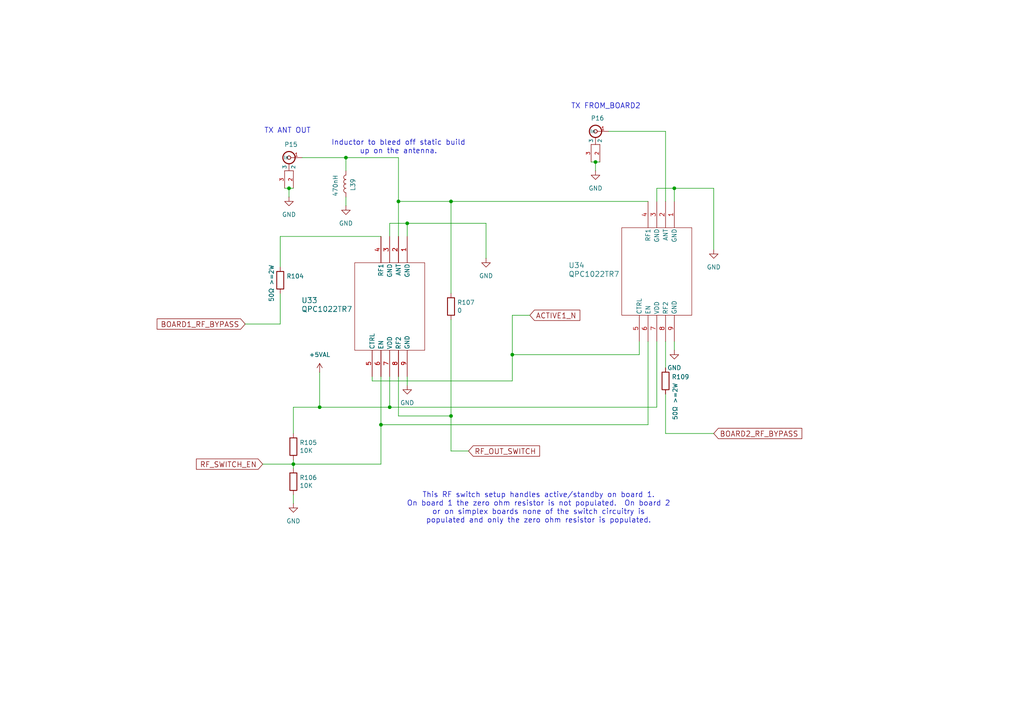
<source format=kicad_sch>
(kicad_sch (version 20250114) (generator "eeschema") (generator_version "9.0")
  (paper "A4")
  (lib_symbols
    (symbol "Device:L" (pin_numbers (hide yes)) (pin_names (offset 1.016) (hide yes))
      (property "Reference" "L" (at -1.27 0 90))
      (property "Value" "L" (at 1.905 0 90))
      (symbol "L_0_1"
        (arc (start 0 2.54) (mid 0.6323 1.905) (end 0 1.27))
        (arc (start 0 1.27) (mid 0.6323 0.635) (end 0 0))
        (arc (start 0 0) (mid 0.6323 -0.635) (end 0 -1.27))
        (arc (start 0 -1.27) (mid 0.6323 -1.905) (end 0 -2.54))
      )
      (symbol "L_1_1"
        (pin passive line (at 0 3.81 270) (length 1.27) (name "1") (number "1"))
        (pin passive line (at 0 -3.81 90) (length 1.27) (name "2") (number "2"))
      )
    )
    (symbol "Device:R" (pin_numbers (hide yes)) (pin_names (offset 0))
      (property "Reference" "R" (at 2.032 0 90))
      (property "Value" "R" (at 0 0 90))
      (symbol "R_0_1"
        (rectangle (start -1.016 -2.54) (end 1.016 2.54) (stroke (width 0.254)))
      )
      (symbol "R_1_1"
        (pin passive line (at 0 3.81 270) (length 1.27) (name "~") (number "1"))
        (pin passive line (at 0 -3.81 90) (length 1.27) (name "~") (number "2"))
      )
    )
    (symbol "PACSAT_DEV_misc:QPC1022TR7" (pin_names (offset 0.254))
      (property "Reference" "U" (at 20.32 10.16 0))
      (property "Value" "QPC1022TR7" (at 20.32 7.62 0))
      (symbol "QPC1022TR7_0_1"
        (polyline (pts (xy 7.62 5.08) (xy 7.62 -15.24)) (stroke (width 0.127)))
        (polyline (pts (xy 7.62 -15.24) (xy 33.02 -15.24)) (stroke (width 0.127)))
        (polyline (pts (xy 33.02 5.08) (xy 7.62 5.08)) (stroke (width 0.127)))
        (polyline (pts (xy 33.02 -15.24) (xy 33.02 5.08)) (stroke (width 0.127)))
        (pin bidirectional line (at 0 -2.54 0) (length 7.62) (name "ANT") (number "2"))
        (pin power_in line (at 0 -5.08 0) (length 7.62) (name "GND") (number "3"))
        (pin bidirectional line (at 0 -7.62 0) (length 7.62) (name "RF1") (number "4"))
        (pin bidirectional line (at 40.64 -2.54 180) (length 7.62) (name "RF2") (number "8"))
        (pin power_in line (at 40.64 -5.08 180) (length 7.62) (name "VDD") (number "7"))
        (pin input line (at 40.64 -7.62 180) (length 7.62) (name "EN") (number "6"))
        (pin input line (at 40.64 -10.16 180) (length 7.62) (name "CTRL") (number "5"))
      )
      (symbol "QPC1022TR7_1_1"
        (pin power_in line (at 0 0 0) (length 7.62) (name "GND") (number "1"))
        (pin power_in line (at 40.64 0 180) (length 7.62) (name "GND") (number "9"))
      )
    )
    (symbol "PACSAT_DEV_misc:U_FL"
      (property "Reference" "U" (at -3.81 2.54 0))
      (symbol "U_FL_0_1"
        (polyline (pts (xy -1.27 -3.81) (xy 1.27 -3.81)))
        (circle (center 0 0) (radius 0.508) (stroke (width 0.2032)))
        (circle (center 0 0) (radius 1.778) (stroke (width 0.3048)))
        (polyline (pts (xy 0 -3.81) (xy 0 -1.778)))
      )
      (symbol "U_FL_1_1"
        (pin bidirectional line (at -3.81 0 0) (length 3.302) (name "In") (number "1"))
        (pin power_in line (at -1.27 -8.89 90) (length 5.08) (name "2") (number "2"))
        (pin power_in line (at 1.27 -8.89 90) (length 5.08) (name "3") (number "3"))
      )
    )
    (symbol "power:+5V" (power) (pin_numbers (hide yes)) (pin_names (offset 0) (hide yes))
      (property "Value" "+5V" (at 0 3.556 0))
      (symbol "+5V_0_1"
        (polyline (pts (xy -0.762 1.27) (xy 0 2.54)))
        (polyline (pts (xy 0 2.54) (xy 0.762 1.27)))
        (polyline (pts (xy 0 0) (xy 0 2.54)))
      )
      (symbol "+5V_1_1"
        (pin power_in line (at 0 0 90) (length 0) (name "~") (number "1"))
      )
    )
    (symbol "power:GND" (power) (pin_numbers (hide yes)) (pin_names (offset 0) (hide yes))
      (property "Value" "GND" (at 0 -3.81 0))
      (symbol "GND_0_1"
        (polyline (pts (xy 0 0) (xy 0 -1.27) (xy 1.27 -1.27) (xy 0 -2.54) (xy -1.27 -1.27) (xy 0 -1.27)))
      )
      (symbol "GND_1_1"
        (pin power_in line (at 0 0 270) (length 0) (name "~") (number "1"))
      )
    )
  )
  (text "TX ANT OUT" (at 90.17 38.862 0) (effects (font (size 1.524 1.524)) (justify right bottom)))
  (text "This RF switch setup handles active/standby on board 1.\nOn board 1 the zero ohm resistor is not populated.  On board 2\nor on simplex boards none of the switch circuitry is\npopulated and only the zero ohm resistor is populated." (at 156.21 147.32 0) (effects (font (size 1.524 1.524))))
  (text "Inductor to bleed off static build\nup on the antenna." (at 115.57 42.672 0) (effects (font (size 1.524 1.524))))
  (text "TX FROM_BOARD2" (at 165.608 31.75 0) (effects (font (size 1.524 1.524)) (justify left bottom)))
  (junction (at 130.81 58.42))
  (junction (at 130.81 120.65))
  (junction (at 100.33 45.72))
  (junction (at 83.82 54.61))
  (junction (at 195.58 54.61))
  (junction (at 92.71 118.11))
  (junction (at 118.11 64.77))
  (junction (at 110.49 123.19))
  (junction (at 148.59 102.87))
  (junction (at 115.57 58.42))
  (junction (at 172.72 46.99))
  (junction (at 113.03 118.11))
  (junction (at 85.09 134.62))
  (wire (pts (xy 100.33 45.72) (xy 115.57 45.72)))
  (wire (pts (xy 130.81 58.42) (xy 187.96 58.42)))
  (wire (pts (xy 118.11 68.58) (xy 118.11 64.77)))
  (wire (pts (xy 113.03 68.58) (xy 113.03 64.77)))
  (wire (pts (xy 172.72 46.99) (xy 172.72 49.53)))
  (wire (pts (xy 81.28 93.98) (xy 71.12 93.98)))
  (wire (pts (xy 81.28 85.09) (xy 81.28 93.98)))
  (wire (pts (xy 190.5 118.11) (xy 113.03 118.11)))
  (wire (pts (xy 190.5 58.42) (xy 190.5 54.61)))
  (wire (pts (xy 85.09 133.35) (xy 85.09 134.62)))
  (wire (pts (xy 85.09 118.11) (xy 92.71 118.11)))
  (wire (pts (xy 148.59 91.44) (xy 153.67 91.44)))
  (wire (pts (xy 87.63 45.72) (xy 100.33 45.72)))
  (wire (pts (xy 140.97 64.77) (xy 140.97 74.93)))
  (wire (pts (xy 83.82 54.61) (xy 85.09 54.61)))
  (wire (pts (xy 83.82 54.61) (xy 83.82 57.15)))
  (wire (pts (xy 130.81 130.81) (xy 130.81 120.65)))
  (wire (pts (xy 193.04 114.3) (xy 193.04 125.73)))
  (wire (pts (xy 92.71 107.95) (xy 92.71 118.11)))
  (wire (pts (xy 135.89 130.81) (xy 130.81 130.81)))
  (wire (pts (xy 118.11 109.22) (xy 118.11 111.76)))
  (wire (pts (xy 110.49 134.62) (xy 85.09 134.62)))
  (wire (pts (xy 85.09 143.51) (xy 85.09 146.05)))
  (wire (pts (xy 185.42 102.87) (xy 148.59 102.87)))
  (wire (pts (xy 115.57 120.65) (xy 130.81 120.65)))
  (wire (pts (xy 190.5 54.61) (xy 195.58 54.61)))
  (wire (pts (xy 83.82 54.61) (xy 82.55 54.61)))
  (wire (pts (xy 148.59 102.87) (xy 148.59 91.44)))
  (wire (pts (xy 76.2 134.62) (xy 85.09 134.62)))
  (wire (pts (xy 115.57 45.72) (xy 115.57 58.42)))
  (wire (pts (xy 81.28 77.47) (xy 81.28 68.58)))
  (wire (pts (xy 195.58 58.42) (xy 195.58 54.61)))
  (wire (pts (xy 187.96 123.19) (xy 110.49 123.19)))
  (wire (pts (xy 118.11 64.77) (xy 140.97 64.77)))
  (wire (pts (xy 193.04 38.1) (xy 193.04 58.42)))
  (wire (pts (xy 172.72 46.99) (xy 173.99 46.99)))
  (wire (pts (xy 113.03 64.77) (xy 118.11 64.77)))
  (wire (pts (xy 100.33 57.15) (xy 100.33 59.69)))
  (wire (pts (xy 81.28 68.58) (xy 110.49 68.58)))
  (wire (pts (xy 115.57 58.42) (xy 115.57 68.58)))
  (wire (pts (xy 193.04 99.06) (xy 193.04 106.68)))
  (wire (pts (xy 195.58 99.06) (xy 195.58 101.6)))
  (wire (pts (xy 110.49 123.19) (xy 110.49 134.62)))
  (wire (pts (xy 115.57 109.22) (xy 115.57 120.65)))
  (wire (pts (xy 172.72 46.99) (xy 171.45 46.99)))
  (wire (pts (xy 195.58 54.61) (xy 207.01 54.61)))
  (wire (pts (xy 148.59 110.49) (xy 148.59 102.87)))
  (wire (pts (xy 207.01 54.61) (xy 207.01 72.39)))
  (wire (pts (xy 113.03 109.22) (xy 113.03 118.11)))
  (wire (pts (xy 190.5 99.06) (xy 190.5 118.11)))
  (wire (pts (xy 176.53 38.1) (xy 193.04 38.1)))
  (wire (pts (xy 130.81 58.42) (xy 115.57 58.42)))
  (wire (pts (xy 107.95 110.49) (xy 148.59 110.49)))
  (wire (pts (xy 85.09 125.73) (xy 85.09 118.11)))
  (wire (pts (xy 193.04 125.73) (xy 207.01 125.73)))
  (wire (pts (xy 100.33 45.72) (xy 100.33 49.53)))
  (wire (pts (xy 187.96 99.06) (xy 187.96 123.19)))
  (wire (pts (xy 185.42 99.06) (xy 185.42 102.87)))
  (wire (pts (xy 113.03 118.11) (xy 92.71 118.11)))
  (wire (pts (xy 107.95 109.22) (xy 107.95 110.49)))
  (wire (pts (xy 130.81 85.09) (xy 130.81 58.42)))
  (wire (pts (xy 85.09 134.62) (xy 85.09 135.89)))
  (wire (pts (xy 110.49 109.22) (xy 110.49 123.19)))
  (wire (pts (xy 130.81 92.71) (xy 130.81 120.65)))
  (global_label "RF_OUT_SWITCH" (shape input) (at 135.89 130.81 0) (effects (font (size 1.524 1.524))) (property "Intersheetrefs" "${INTERSHEET_REFS}" (effects (hide yes))))
  (global_label "BOARD1_RF_BYPASS" (shape input) (at 71.12 93.98 180) (effects (font (size 1.524 1.524))) (property "Intersheetrefs" "${INTERSHEET_REFS}" (effects (hide yes))))
  (global_label "BOARD2_RF_BYPASS" (shape input) (at 207.01 125.73 0) (effects (font (size 1.524 1.524))) (property "Intersheetrefs" "${INTERSHEET_REFS}" (effects (hide yes))))
  (global_label "RF_SWITCH_EN" (shape input) (at 76.2 134.62 180) (effects (font (size 1.524 1.524))) (property "Intersheetrefs" "${INTERSHEET_REFS}" (effects (hide yes))))
  (global_label "ACTIVE1_N" (shape input) (at 153.67 91.44 0) (effects (font (size 1.524 1.524))) (property "Intersheetrefs" "${INTERSHEET_REFS}" (effects (hide yes))))
  (symbol (lib_id "PACSAT_DEV_misc:U_FL") (at 172.72 38.1 0) (mirror y) (unit 1)
    (property "Reference" "P16" (at 175.26 34.29 0) (effects (justify left)))
    (property "Value" "CONUFL001-SMD-T" (effects (hide yes)))
    (property "Footprint" "PacSatDev_misc:CONN1_CONUFL_TEC" (effects (hide yes)))
  )
  (symbol (lib_id "Device:R") (at 81.28 81.28 0) (unit 1)
    (property "Reference" "R104" (at 83.058 80.1116 0) (effects (justify left)))
    (property "Value" "50Ω >=2W" (at 78.74 76.708 90) (effects (justify right)))
    (property "Footprint" "Resistor_SMD:R_1206_3216Metric_Pad1.30x1.75mm_HandSolder" (effects (hide yes)))
  )
  (symbol (lib_id "PACSAT_DEV_misc:QPC1022TR7") (at 195.58 58.42 270) (unit 1)
    (property "Reference" "U34" (at 164.846 76.962 90) (effects (font (size 1.524 1.524)) (justify left)))
    (property "Value" "QPC1022TR7" (at 164.846 79.502 90) (effects (font (size 1.524 1.524)) (justify left)))
    (property "Footprint" "PacSatDev_misc:QPC1022_QOR" (effects (hide yes)))
    (property "Datasheet" "QPC1022TR7" (effects (hide yes)))
  )
  (symbol (lib_id "power:GND") (at 85.09 146.05 0) (unit 1)
    (property "Reference" "#PWR0271" (effects (hide yes)))
    (property "Value" "GND" (at 85.09 151.13 0))
  )
  (symbol (lib_id "power:GND") (at 83.82 57.15 0) (unit 1)
    (property "Reference" "#PWR0264" (effects (hide yes)))
    (property "Value" "GND" (at 83.82 62.23 0))
  )
  (symbol (lib_id "power:GND") (at 172.72 49.53 0) (unit 1)
    (property "Reference" "#PWR0234" (effects (hide yes)))
    (property "Value" "GND" (at 172.72 54.61 0))
  )
  (symbol (lib_id "Device:L") (at 100.33 53.34 0) (mirror y) (unit 1)
    (property "Reference" "L39" (at 102.362 53.594 90))
    (property "Value" "470nH" (at 97.282 53.848 90))
    (property "Footprint" "Inductor_SMD:L_0805_2012Metric_Pad1.05x1.20mm_HandSolder" (effects (hide yes)))
  )
  (symbol (lib_id "power:+5V") (at 92.71 107.95 0) (unit 1)
    (property "Reference" "#PWR0272" (effects (hide yes)))
    (property "Value" "+5VAL" (at 92.71 102.87 0))
    (property "Description" "Power symbol creates a global label with name \"+5V\"" (effects (hide yes)))
  )
  (symbol (lib_id "PACSAT_DEV_misc:QPC1022TR7") (at 118.11 68.58 270) (unit 1)
    (property "Reference" "U33" (at 87.376 87.122 90) (effects (font (size 1.524 1.524)) (justify left)))
    (property "Value" "QPC1022TR7" (at 87.376 89.662 90) (effects (font (size 1.524 1.524)) (justify left)))
    (property "Footprint" "PacSatDev_misc:QPC1022_QOR" (effects (hide yes)))
    (property "Datasheet" "QPC1022TR7" (effects (hide yes)))
  )
  (symbol (lib_id "Device:R") (at 85.09 139.7 0) (unit 1)
    (property "Reference" "R106" (at 86.868 138.5316 0) (effects (justify left)))
    (property "Value" "10K" (at 86.868 140.843 0) (effects (justify left)))
    (property "Footprint" "Resistor_SMD:R_0402_1005Metric_Pad0.72x0.64mm_HandSolder" (effects (hide yes)))
  )
  (symbol (lib_id "power:GND") (at 100.33 59.69 0) (unit 1)
    (property "Reference" "#PWR0292" (effects (hide yes)))
    (property "Value" "GND" (at 100.33 64.77 0))
  )
  (symbol (lib_id "power:GND") (at 207.01 72.39 0) (unit 1)
    (property "Reference" "#PWR0287" (effects (hide yes)))
    (property "Value" "GND" (at 207.01 77.47 0))
  )
  (symbol (lib_id "power:GND") (at 140.97 74.93 0) (unit 1)
    (property "Reference" "#PWR0283" (effects (hide yes)))
    (property "Value" "GND" (at 140.97 80.01 0))
  )
  (symbol (lib_id "power:GND") (at 195.58 101.6 0) (unit 1)
    (property "Reference" "#PWR0286" (effects (hide yes)))
    (property "Value" "GND" (at 195.58 106.68 0))
  )
  (symbol (lib_id "Device:R") (at 130.81 88.9 0) (unit 1)
    (property "Reference" "R107" (at 132.588 87.7316 0) (effects (justify left)))
    (property "Value" "0" (at 132.588 90.043 0) (effects (justify left)))
    (property "Footprint" "Resistor_SMD:R_0402_1005Metric_Pad0.72x0.64mm_HandSolder" (effects (hide yes)))
  )
  (symbol (lib_id "power:GND") (at 118.11 111.76 0) (unit 1)
    (property "Reference" "#PWR0282" (effects (hide yes)))
    (property "Value" "GND" (at 118.11 116.84 0))
  )
  (symbol (lib_id "PACSAT_DEV_misc:U_FL") (at 83.82 45.72 0) (mirror y) (unit 1)
    (property "Reference" "P15" (at 86.36 41.91 0) (effects (justify left)))
    (property "Value" "CONUFL001-SMD-T" (effects (hide yes)))
    (property "Footprint" "PacSatDev_misc:CONN1_CONUFL_TEC" (effects (hide yes)))
  )
  (symbol (lib_id "Device:R") (at 85.09 129.54 0) (unit 1)
    (property "Reference" "R105" (at 86.868 128.3716 0) (effects (justify left)))
    (property "Value" "10K" (at 86.868 130.683 0) (effects (justify left)))
    (property "Footprint" "Resistor_SMD:R_0402_1005Metric_Pad0.72x0.64mm_HandSolder" (effects (hide yes)))
  )
  (symbol (lib_id "Device:R") (at 193.04 110.49 0) (unit 1)
    (property "Reference" "R109" (at 194.818 109.3216 0) (effects (justify left)))
    (property "Value" "50Ω >=2W" (at 195.834 110.998 90) (effects (justify right)))
    (property "Footprint" "Resistor_SMD:R_1206_3216Metric_Pad1.30x1.75mm_HandSolder" (effects (hide yes)))
  )
)
</source>
